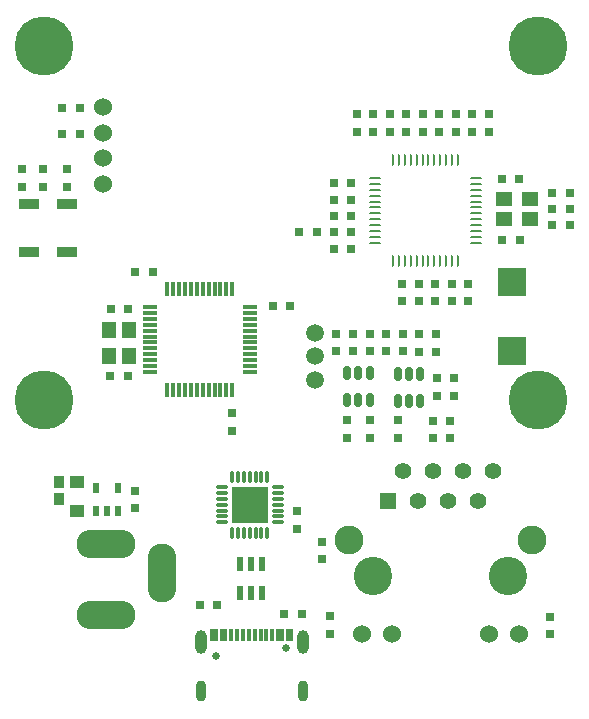
<source format=gbr>
%TF.GenerationSoftware,Altium Limited,Altium Designer,20.0.12 (288)*%
G04 Layer_Color=255*
%FSLAX45Y45*%
%MOMM*%
%TF.FileFunction,Pads,Top*%
%TF.Part,Single*%
G01*
G75*
%TA.AperFunction,SMDPad,CuDef*%
G04:AMPARAMS|DCode=10|XSize=0.6mm|YSize=1.2mm|CornerRadius=0.15mm|HoleSize=0mm|Usage=FLASHONLY|Rotation=0.000|XOffset=0mm|YOffset=0mm|HoleType=Round|Shape=RoundedRectangle|*
%AMROUNDEDRECTD10*
21,1,0.60000,0.90000,0,0,0.0*
21,1,0.30000,1.20000,0,0,0.0*
1,1,0.30000,0.15000,-0.45000*
1,1,0.30000,-0.15000,-0.45000*
1,1,0.30000,-0.15000,0.45000*
1,1,0.30000,0.15000,0.45000*
%
%ADD10ROUNDEDRECTD10*%
%ADD11R,1.20000X1.40000*%
%ADD12R,0.80000X0.80000*%
%ADD13R,0.80000X0.80000*%
%ADD14R,0.97000X1.00000*%
%ADD15R,1.70000X0.90000*%
G04:AMPARAMS|DCode=16|XSize=1.21mm|YSize=0.59mm|CornerRadius=0.07375mm|HoleSize=0mm|Usage=FLASHONLY|Rotation=90.000|XOffset=0mm|YOffset=0mm|HoleType=Round|Shape=RoundedRectangle|*
%AMROUNDEDRECTD16*
21,1,1.21000,0.44250,0,0,90.0*
21,1,1.06250,0.59000,0,0,90.0*
1,1,0.14750,0.22125,0.53125*
1,1,0.14750,0.22125,-0.53125*
1,1,0.14750,-0.22125,-0.53125*
1,1,0.14750,-0.22125,0.53125*
%
%ADD16ROUNDEDRECTD16*%
%ADD17C,1.50000*%
%TA.AperFunction,ConnectorPad*%
%ADD18R,0.30000X1.14000*%
%TA.AperFunction,SMDPad,CuDef*%
G04:AMPARAMS|DCode=19|XSize=0.97mm|YSize=0.26mm|CornerRadius=0.0325mm|HoleSize=0mm|Usage=FLASHONLY|Rotation=180.000|XOffset=0mm|YOffset=0mm|HoleType=Round|Shape=RoundedRectangle|*
%AMROUNDEDRECTD19*
21,1,0.97000,0.19500,0,0,180.0*
21,1,0.90500,0.26000,0,0,180.0*
1,1,0.06500,-0.45250,0.09750*
1,1,0.06500,0.45250,0.09750*
1,1,0.06500,0.45250,-0.09750*
1,1,0.06500,-0.45250,-0.09750*
%
%ADD19ROUNDEDRECTD19*%
G04:AMPARAMS|DCode=20|XSize=0.97mm|YSize=0.26mm|CornerRadius=0.0325mm|HoleSize=0mm|Usage=FLASHONLY|Rotation=90.000|XOffset=0mm|YOffset=0mm|HoleType=Round|Shape=RoundedRectangle|*
%AMROUNDEDRECTD20*
21,1,0.97000,0.19500,0,0,90.0*
21,1,0.90500,0.26000,0,0,90.0*
1,1,0.06500,0.09750,0.45250*
1,1,0.06500,0.09750,-0.45250*
1,1,0.06500,-0.09750,-0.45250*
1,1,0.06500,-0.09750,0.45250*
%
%ADD20ROUNDEDRECTD20*%
%ADD21R,3.15000X3.15000*%
%ADD22R,2.40000X2.40000*%
G04:AMPARAMS|DCode=23|XSize=0.24mm|YSize=1mm|CornerRadius=0.06mm|HoleSize=0mm|Usage=FLASHONLY|Rotation=0.000|XOffset=0mm|YOffset=0mm|HoleType=Round|Shape=RoundedRectangle|*
%AMROUNDEDRECTD23*
21,1,0.24000,0.88000,0,0,0.0*
21,1,0.12000,1.00000,0,0,0.0*
1,1,0.12000,0.06000,-0.44000*
1,1,0.12000,-0.06000,-0.44000*
1,1,0.12000,-0.06000,0.44000*
1,1,0.12000,0.06000,0.44000*
%
%ADD23ROUNDEDRECTD23*%
G04:AMPARAMS|DCode=24|XSize=0.24mm|YSize=1mm|CornerRadius=0.06mm|HoleSize=0mm|Usage=FLASHONLY|Rotation=90.000|XOffset=0mm|YOffset=0mm|HoleType=Round|Shape=RoundedRectangle|*
%AMROUNDEDRECTD24*
21,1,0.24000,0.88000,0,0,90.0*
21,1,0.12000,1.00000,0,0,90.0*
1,1,0.12000,0.44000,0.06000*
1,1,0.12000,0.44000,-0.06000*
1,1,0.12000,-0.44000,-0.06000*
1,1,0.12000,-0.44000,0.06000*
%
%ADD24ROUNDEDRECTD24*%
%ADD25R,1.40000X1.20000*%
%ADD26R,0.60000X0.90000*%
%ADD27R,1.20000X0.30000*%
%ADD28R,0.30000X1.20000*%
%ADD29R,1.30000X1.00000*%
%TA.AperFunction,ComponentPad*%
%ADD32O,5.00000X2.40000*%
%ADD33O,2.40000X5.00000*%
%ADD34C,0.65000*%
%ADD35O,1.00000X2.00000*%
%ADD36O,0.90000X1.80000*%
%ADD37C,1.52400*%
%ADD38C,3.25000*%
%ADD39C,2.44500*%
%ADD40C,1.53000*%
%ADD41C,1.39800*%
%ADD42R,1.39800X1.39800*%
%TA.AperFunction,ViaPad*%
%ADD43C,5.00000*%
D10*
X16335001Y5365000D02*
D03*
X16430000D02*
D03*
X16525000D02*
D03*
Y5135000D02*
D03*
X16430000D02*
D03*
X16335001D02*
D03*
X15905000Y5142500D02*
D03*
X16000000D02*
D03*
X16095000D02*
D03*
Y5372500D02*
D03*
X16000000D02*
D03*
X15905000D02*
D03*
D11*
X13887500Y5740000D02*
D03*
Y5520000D02*
D03*
X14057500D02*
D03*
Y5740000D02*
D03*
D12*
X13897501Y5350000D02*
D03*
X14047501D02*
D03*
X13902499Y5912500D02*
D03*
X14052499D02*
D03*
X15522501Y3330000D02*
D03*
X15372501D02*
D03*
X14807500Y3407500D02*
D03*
X14657500D02*
D03*
X13639999Y7400000D02*
D03*
X13489999D02*
D03*
Y7615000D02*
D03*
X13639999D02*
D03*
X15789999Y6702500D02*
D03*
X15939999D02*
D03*
X15789999Y6980000D02*
D03*
X15939999D02*
D03*
X17370000Y6495000D02*
D03*
X17220000D02*
D03*
X15789999Y6565000D02*
D03*
X15939999D02*
D03*
X15500000D02*
D03*
X15650000D02*
D03*
X17212500Y7012500D02*
D03*
X17362500D02*
D03*
X15789999Y6425000D02*
D03*
X15939999D02*
D03*
X17792500Y6760000D02*
D03*
X17642500D02*
D03*
X15789999Y6840000D02*
D03*
X15939999D02*
D03*
X17792500Y6900000D02*
D03*
X17642500D02*
D03*
X17642500Y6622500D02*
D03*
X17792500D02*
D03*
X14107500Y6227500D02*
D03*
X14257500D02*
D03*
X15425301Y5936700D02*
D03*
X15275301D02*
D03*
D13*
X15905000Y4822500D02*
D03*
Y4972500D02*
D03*
X16372501Y5980000D02*
D03*
Y6130000D02*
D03*
X13154700Y6950000D02*
D03*
Y7100000D02*
D03*
X13532201Y7097500D02*
D03*
Y6947500D02*
D03*
X13327200Y7100000D02*
D03*
Y6950000D02*
D03*
X15480000Y4055000D02*
D03*
Y4205000D02*
D03*
X16667500Y5177500D02*
D03*
Y5327500D02*
D03*
X16655000Y5702500D02*
D03*
Y5552500D02*
D03*
X16514999D02*
D03*
Y5702500D02*
D03*
X16237500Y5705000D02*
D03*
Y5555000D02*
D03*
X16632500Y4970000D02*
D03*
Y4820000D02*
D03*
X16772501D02*
D03*
Y4970000D02*
D03*
X15762500Y3312500D02*
D03*
Y3162500D02*
D03*
X15812500Y5555000D02*
D03*
Y5705000D02*
D03*
X16652499Y5980000D02*
D03*
Y6130000D02*
D03*
X15695000Y3795000D02*
D03*
Y3945000D02*
D03*
X16512500Y5980000D02*
D03*
Y6130000D02*
D03*
X16095000Y4822500D02*
D03*
Y4972500D02*
D03*
X16792500Y5980000D02*
D03*
Y6130000D02*
D03*
X16932500Y5980000D02*
D03*
Y6130000D02*
D03*
X17622501Y3310000D02*
D03*
Y3160000D02*
D03*
X17102499Y7412500D02*
D03*
Y7562499D02*
D03*
X16962500Y7412500D02*
D03*
Y7562499D02*
D03*
X16825000Y7412500D02*
D03*
Y7562499D02*
D03*
X16547501Y7412500D02*
D03*
Y7562499D02*
D03*
X16407401Y7411600D02*
D03*
Y7561600D02*
D03*
X16267700Y7411600D02*
D03*
Y7561600D02*
D03*
X16128000Y7411600D02*
D03*
Y7561600D02*
D03*
X15988300Y7411600D02*
D03*
Y7561600D02*
D03*
X16685001Y7412500D02*
D03*
Y7562499D02*
D03*
X16332500Y4972500D02*
D03*
Y4822500D02*
D03*
X16807500Y5177500D02*
D03*
Y5327500D02*
D03*
X15952499Y5705000D02*
D03*
Y5555000D02*
D03*
X16375000Y5705000D02*
D03*
Y5555000D02*
D03*
X16095000Y5555000D02*
D03*
Y5705000D02*
D03*
X14930000Y4885000D02*
D03*
Y5035000D02*
D03*
X14110001Y4227500D02*
D03*
Y4377500D02*
D03*
D14*
X13470000Y4452500D02*
D03*
Y4305500D02*
D03*
D15*
X13214700Y6395000D02*
D03*
Y6805000D02*
D03*
X13534700Y6395000D02*
D03*
Y6805000D02*
D03*
D16*
X14995000Y3507500D02*
D03*
X15089999D02*
D03*
X15185001D02*
D03*
Y3758500D02*
D03*
X15089999D02*
D03*
X14995000D02*
D03*
D17*
X15635001Y5712500D02*
D03*
Y5512500D02*
D03*
Y5310000D02*
D03*
D18*
X15072200Y3155000D02*
D03*
X15022200D02*
D03*
X14972200D02*
D03*
X14922200D02*
D03*
X14872200D02*
D03*
X14842200D02*
D03*
X14792200D02*
D03*
X14762199D02*
D03*
X15122200D02*
D03*
X15172200D02*
D03*
X15222200D02*
D03*
X15272200D02*
D03*
X15322200D02*
D03*
X15352200D02*
D03*
X15402200D02*
D03*
X15432201D02*
D03*
D19*
X15317000Y4107500D02*
D03*
Y4157500D02*
D03*
Y4207500D02*
D03*
Y4257500D02*
D03*
Y4307500D02*
D03*
Y4357500D02*
D03*
Y4407500D02*
D03*
X14842999D02*
D03*
Y4357500D02*
D03*
Y4307500D02*
D03*
Y4257500D02*
D03*
Y4207500D02*
D03*
Y4157500D02*
D03*
Y4107500D02*
D03*
D20*
X14930000Y4020500D02*
D03*
X14980000D02*
D03*
X15030000D02*
D03*
X15080000D02*
D03*
X15130000D02*
D03*
X15180000D02*
D03*
X15230000D02*
D03*
Y4494500D02*
D03*
X15180000D02*
D03*
X15130000D02*
D03*
X15080000D02*
D03*
X15030000D02*
D03*
X14980000D02*
D03*
X14930000D02*
D03*
D21*
X15080000Y4257500D02*
D03*
D22*
X17300000Y5562500D02*
D03*
Y6142500D02*
D03*
D23*
X16293903Y7173699D02*
D03*
X16343903D02*
D03*
X16393901D02*
D03*
X16443901D02*
D03*
X16493901D02*
D03*
X16543901D02*
D03*
X16593901D02*
D03*
X16643901D02*
D03*
X16693901D02*
D03*
X16743901D02*
D03*
X16793901D02*
D03*
X16843901D02*
D03*
Y6323701D02*
D03*
X16793901D02*
D03*
X16743901D02*
D03*
X16693901D02*
D03*
X16643901D02*
D03*
X16593901D02*
D03*
X16543901D02*
D03*
X16493901D02*
D03*
X16443901D02*
D03*
X16393901D02*
D03*
X16343903D02*
D03*
X16293903D02*
D03*
D24*
X16993900Y7023699D02*
D03*
Y6973700D02*
D03*
Y6923700D02*
D03*
Y6873700D02*
D03*
Y6823700D02*
D03*
Y6773700D02*
D03*
Y6723700D02*
D03*
Y6673700D02*
D03*
Y6623700D02*
D03*
Y6573700D02*
D03*
Y6523700D02*
D03*
Y6473701D02*
D03*
X16143903D02*
D03*
Y6523700D02*
D03*
Y6573700D02*
D03*
Y6623700D02*
D03*
Y6673700D02*
D03*
Y6723700D02*
D03*
Y6773700D02*
D03*
Y6823700D02*
D03*
Y6873700D02*
D03*
Y6923700D02*
D03*
Y6973700D02*
D03*
Y7023699D02*
D03*
D25*
X17235001Y6677500D02*
D03*
X17455000D02*
D03*
Y6847500D02*
D03*
X17235001D02*
D03*
D26*
X13967500Y4402500D02*
D03*
X13777499D02*
D03*
Y4202500D02*
D03*
X13967500D02*
D03*
X13872501D02*
D03*
D27*
X14232401Y5931099D02*
D03*
Y5881099D02*
D03*
Y5831100D02*
D03*
Y5781100D02*
D03*
Y5731100D02*
D03*
Y5681100D02*
D03*
Y5631100D02*
D03*
Y5581100D02*
D03*
Y5531100D02*
D03*
Y5481100D02*
D03*
Y5431100D02*
D03*
Y5381100D02*
D03*
X15082401D02*
D03*
Y5431100D02*
D03*
Y5481100D02*
D03*
Y5531100D02*
D03*
Y5581100D02*
D03*
Y5631100D02*
D03*
Y5681100D02*
D03*
Y5731100D02*
D03*
Y5781100D02*
D03*
Y5831100D02*
D03*
Y5881099D02*
D03*
Y5931099D02*
D03*
D28*
X14382401Y5231101D02*
D03*
X14432401D02*
D03*
X14482401D02*
D03*
X14532401D02*
D03*
X14582401D02*
D03*
X14632401D02*
D03*
X14682401D02*
D03*
X14732401D02*
D03*
X14782401D02*
D03*
X14832401D02*
D03*
X14882401D02*
D03*
X14932401D02*
D03*
Y6081099D02*
D03*
X14882401D02*
D03*
X14832401D02*
D03*
X14782401D02*
D03*
X14732401D02*
D03*
X14682401D02*
D03*
X14632401D02*
D03*
X14582401D02*
D03*
X14532401D02*
D03*
X14482401D02*
D03*
X14432401D02*
D03*
X14382401D02*
D03*
D29*
X13617500Y4450000D02*
D03*
Y4200000D02*
D03*
D32*
X13860001Y3325000D02*
D03*
Y3925000D02*
D03*
D33*
X14339999Y3675000D02*
D03*
D34*
X14792400Y2977200D02*
D03*
X15386200Y3048000D02*
D03*
D35*
X14664700Y3096000D02*
D03*
X15529700D02*
D03*
D36*
X14664700Y2678000D02*
D03*
X15529700D02*
D03*
D37*
X13840001Y6972500D02*
D03*
Y7188500D02*
D03*
Y7404500D02*
D03*
Y7620500D02*
D03*
D38*
X16126001Y3652000D02*
D03*
X17269000D02*
D03*
D39*
X17472002Y3957000D02*
D03*
X15923000D02*
D03*
D40*
X17106001Y3162000D02*
D03*
X17360001D02*
D03*
X16289000D02*
D03*
X16035001D02*
D03*
D41*
X17141499Y4541000D02*
D03*
X17014500Y4287000D02*
D03*
X16887500Y4541000D02*
D03*
X16760500Y4287000D02*
D03*
X16633501Y4541000D02*
D03*
X16506500Y4287000D02*
D03*
X16379500Y4541000D02*
D03*
D42*
X16252499Y4287000D02*
D03*
D43*
X17522501Y8140000D02*
D03*
X13335001D02*
D03*
X17522501Y5142500D02*
D03*
X13337500Y5145000D02*
D03*
%TF.MD5,c52ca3a5cb0db6beffa1489364a0613a*%
M02*

</source>
